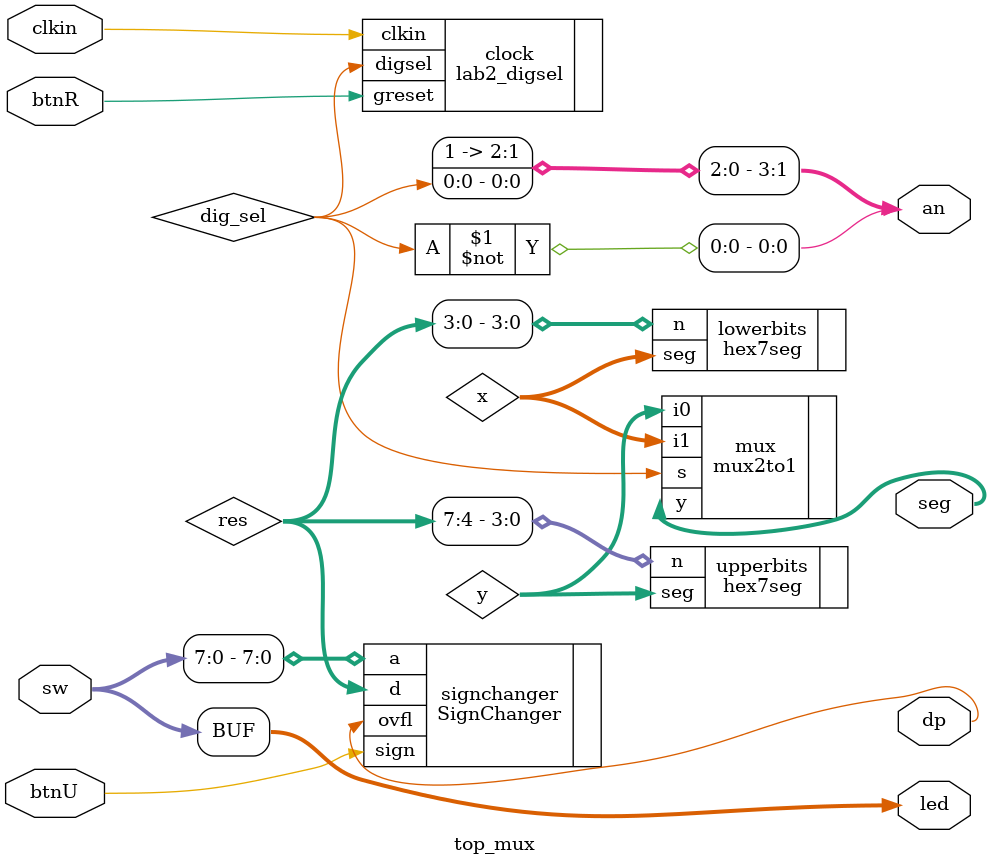
<source format=v>
`timescale 1ns / 1ps


module top_mux(
    input [15:0] sw,
    input btnU, btnR, clkin,
    output [6:0] seg, 
    output dp, 
    output [3:0] an, 
    output [15:0] led
    );
    
    wire dig_sel;
    wire [7:0] res;
    wire[6:0] x;
    wire[6:0] y;
    mux2to1 mux(.i0(y), .i1(x),.s(dig_sel),.y(seg));
    SignChanger signchanger(.a(sw[7:0]),.sign(btnU),.d(res),.ovfl(dp));
    hex7seg upperbits(.n(res[7:4]), .seg(y));
    hex7seg lowerbits(.n(res[3:0]),.seg(x));
    lab2_digsel clock (.clkin(clkin), .greset(btnR), .digsel(dig_sel));
    assign led = sw;
    assign an[0] = ~dig_sel;
    assign an[1] = dig_sel;
    assign an[2] = 1'b1;
    assign an[3] = 1'b1;
endmodule

</source>
